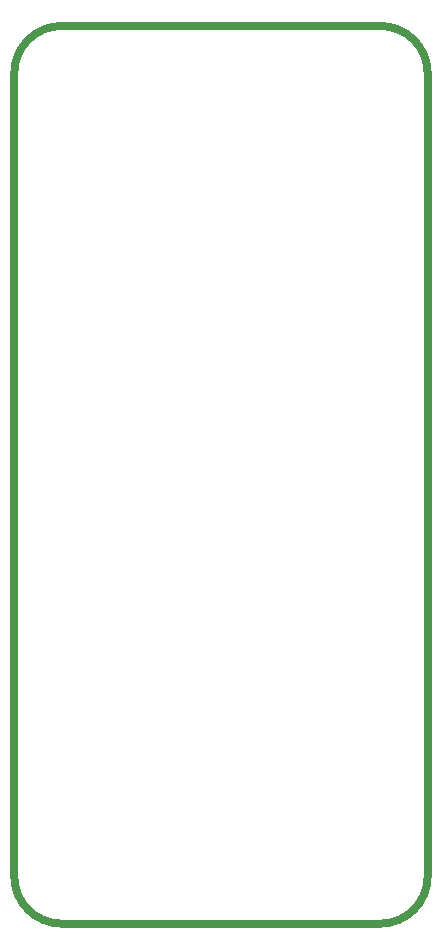
<source format=gko>
G04*
G04 #@! TF.GenerationSoftware,Altium Limited,Altium Designer,23.0.1 (38)*
G04*
G04 Layer_Color=16711935*
%FSLAX44Y44*%
%MOMM*%
G71*
G04*
G04 #@! TF.SameCoordinates,4F8D76B3-19B9-4F14-BD17-49225F6037FE*
G04*
G04*
G04 #@! TF.FilePolarity,Positive*
G04*
G01*
G75*
%ADD48C,0.6350*%
D48*
X310063Y63D02*
G03*
X350064Y40064I0J40000D01*
G01*
Y720063D02*
G03*
X310063Y760063I-40000J0D01*
G01*
X40064Y760063D02*
G03*
X63Y720063I0J-40000D01*
G01*
Y40064D02*
G03*
X40064Y63I40000J0D01*
G01*
X310063D01*
X350064Y40064D02*
Y720063D01*
X40064Y760063D02*
X310063D01*
X63Y40064D02*
Y720063D01*
M02*

</source>
